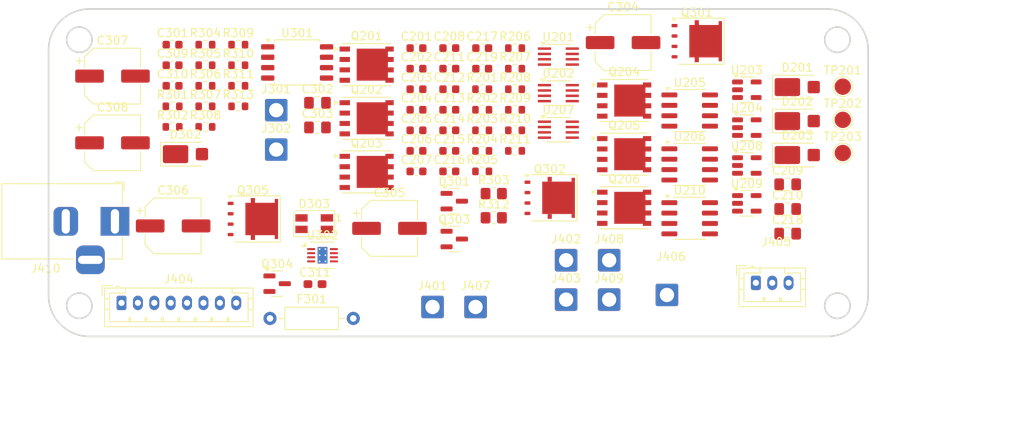
<source format=kicad_pcb>
(kicad_pcb (version 20241229) (generator "pcbnew") (generator_version "9.0")
  (layers (0 "F.Cu" signal) (2 "B.Cu" signal) (13 "F.Paste" user) (15 "B.Paste" user) (5 "F.SilkS" user "F.Silkscreen") (7 "B.SilkS" user "B.Silkscreen") (1 "F.Mask" user) (3 "B.Mask" user) (25 "Edge.Cuts" user))
  (net 0 "")
  (net 1 "+3.3V")
  (net 2 "GND")
  (net 3 "+VPROT")
  (net 4 "A_PHASE")
  (net 5 "Net-(D201-K)")
  (net 6 "Net-(D202-K)")
  (net 7 "C_PHASE")
  (net 8 "Net-(D203-K)")
  (net 9 "B_PHASE")
  (net 10 "VDD")
  (net 11 "Net-(Q305-D)")
  (net 12 "Net-(U302-V1)")
  (net 13 "Net-(Q304-G)")
  (net 14 "Net-(D301-A)")
  (net 15 "Net-(D301-K)")
  (net 16 "/2. BMS/DC")
  (net 17 "Net-(D303-A1)")
  (net 18 "Net-(D303-K1)")
  (net 19 "Net-(D303-A2)")
  (net 20 "/2. BMS/+VBATT")
  (net 21 "Net-(Q301-D)")
  (net 22 "/1. ESC/CHS")
  (net 23 "/1. ESC/BEMF")
  (net 24 "/1. ESC/BLS")
  (net 25 "/1. ESC/BHS")
  (net 27 "/1. ESC/AHS")
  (net 28 "/1. ESC/CLS")
  (net 29 "/1. ESC/ALS")
  (net 30 "/3. Connectors/VMID")
  (net 31 "/3. Connectors/DC")
  (net 32 "Net-(Q201-G)")
  (net 33 "Net-(Q202-G)")
  (net 34 "Net-(Q203-G)")
  (net 35 "Net-(Q204-G)")
  (net 36 "Net-(Q205-G)")
  (net 37 "Net-(Q206-G)")
  (net 38 "Net-(Q302-G)")
  (net 39 "Net-(Q302-S)")
  (net 40 "Net-(Q303-G)")
  (net 41 "Net-(Q303-D)")
  (net 42 "Net-(Q303-S)")
  (net 43 "Net-(U205-HO)")
  (net 44 "Net-(U205-LO)")
  (net 45 "Net-(U206-HO)")
  (net 46 "Net-(U206-LO)")
  (net 47 "Net-(U209--)")
  (net 48 "Net-(U209-+)")
  (net 49 "Net-(U210-HO)")
  (net 50 "Net-(U210-LO)")
  (net 51 "Net-(U301-TS)")
  (net 52 "Net-(U302-V2)")
  (net 53 "/2. BMS/VMID")
  (net 54 "Net-(U302-CTL)")
  (net 55 "/1. ESC/ANAND")
  (net 56 "/1. ESC/ALSS")
  (net 57 "/1. ESC/AHSS")
  (net 58 "/1. ESC/CLSS")
  (net 59 "/1. ESC/CNAND")
  (net 60 "/1. ESC/CHSS")
  (net 61 "/1. ESC/BLSS")
  (net 62 "/1. ESC/BHSS")
  (net 63 "/1. ESC/BNAND")
  (footprint "Resistor_SMD:R_0603_1608Metric" (layer "F.Cu") (at 118.15 77.17)
    (property "Reference" "R310" (at 0 -1.43 0) (layer "F.SilkS"))
    (property "Value" "1k")
    (pad "1" smd roundrect (at -0.825 0) (size 0.8 0.95) (layers "F.Cu" "F.Mask" "F.Paste") (net 2 "GND"))
    (pad "2" smd roundrect (at 0.825 0) (size 0.8 0.95) (layers "F.Cu" "F.Mask" "F.Paste") (net 18 "Net-(D303-K1)"))
  )
  (footprint "Diode_SMD:Vishay_SMPA" (layer "F.Cu") (at 186.355 79.84)
    (property "Reference" "D201" (at 0 -2.4 0) (layer "F.SilkS"))
    (property "Value" "MSS1P3L-M3/89A")
    (pad "1" smd roundrect (at -1.21 0) (size 3.1 2.2) (layers "F.Cu" "F.Mask" "F.Paste") (roundrect_rratio 0.1136363636) (net 5 "Net-(D201-K)"))
    (pad "2" smd roundrect (at 2.01 0) (size 1.5 1.52) (layers "F.Cu" "F.Mask" "F.Paste") (roundrect_rratio 0.1666666667) (net 3 "+VPROT"))
  )
  (footprint "Package_TO_SOT_SMD:SOT-23" (layer "F.Cu") (at 144.5 98.4)
    (property "Reference" "Q303" (at 0 -2.4 0) (layer "F.SilkS"))
    (property "Value" "FDV304P")
    (pad "1" smd roundrect (at -0.9375 -0.95) (size 1.475 0.6) (layers "F.Cu" "F.Mask" "F.Paste") (net 41 "Net-(Q303-D)"))
    (pad "2" smd roundrect (at -0.9375 0.95) (size 1.475 0.6) (layers "F.Cu" "F.Mask" "F.Paste") (net 40 "Net-(Q303-G)"))
    (pad "3" smd roundrect (at 0.9375 0) (size 1.475 0.6) (layers "F.Cu" "F.Mask" "F.Paste") (net 42 "Net-(Q303-S)"))
  )
  (footprint "Resistor_SMD:R_0603_1608Metric" (layer "F.Cu") (at 151.92 82.61)
    (property "Reference" "R209" (at 0 -1.43 0) (layer "F.SilkS"))
    (property "Value" "1k")
    (pad "1" smd roundrect (at -0.825 0) (size 0.8 0.95) (layers "F.Cu" "F.Mask" "F.Paste") (net 23 "/1. ESC/BEMF"))
    (pad "2" smd roundrect (at 0.825 0) (size 0.8 0.95) (layers "F.Cu" "F.Mask" "F.Paste") (net 1 "+3.3V"))
  )
  (footprint "Resistor_SMD:R_0603_1608Metric" (layer "F.Cu") (at 110.13 84.7)
    (property "Reference" "R302" (at 0 -1.43 0) (layer "F.SilkS"))
    (property "Value" "10k")
    (pad "1" smd roundrect (at -0.825 0) (size 0.8 0.95) (layers "F.Cu" "F.Mask" "F.Paste") (net 51 "Net-(U301-TS)"))
    (pad "2" smd roundrect (at 0.825 0) (size 0.8 0.95) (layers "F.Cu" "F.Mask" "F.Paste") (net 2 "GND"))
  )
  (footprint "Capacitor_SMD:C_0603_1608Metric" (layer "F.Cu") (at 139.89 82.61)
    (property "Reference" "C204" (at 0 -1.43 0) (layer "F.SilkS"))
    (property "Value" "100n")
    (pad "1" smd roundrect (at -0.775 0) (size 0.9 0.95) (layers "F.Cu" "F.Mask" "F.Paste") (net 1 "+3.3V"))
    (pad "2" smd roundrect (at 0.775 0) (size 0.9 0.95) (layers "F.Cu" "F.Mask" "F.Paste") (net 2 "GND"))
  )
  (footprint "Capacitor_SMD:C_0603_1608Metric" (layer "F.Cu") (at 143.9 90.14)
    (property "Reference" "C216" (at 0 -1.43 0) (layer "F.SilkS"))
    (property "Value" "100n")
    (pad "1" smd roundrect (at -0.775 0) (size 0.9 0.95) (layers "F.Cu" "F.Mask" "F.Paste") (net 3 "+VPROT"))
    (pad "2" smd roundrect (at 0.775 0) (size 0.9 0.95) (layers "F.Cu" "F.Mask" "F.Paste") (net 2 "GND"))
  )
  (footprint "Resistor_SMD:R_0603_1608Metric" (layer "F.Cu") (at 151.92 77.59)
    (property "Reference" "R207" (at 0 -1.43 0) (layer "F.SilkS"))
    (property "Value" "47k")
    (pad "1" smd roundrect (at -0.825 0) (size 0.8 0.95) (layers "F.Cu" "F.Mask" "F.Paste") (net 7 "C_PHASE"))
    (pad "2" smd roundrect (at 0.825 0) (size 0.8 0.95) (layers "F.Cu" "F.Mask" "F.Paste") (net 47 "Net-(U209--)"))
  )
  (footprint "Diode_SMD:Vishay_SMPA" (layer "F.Cu") (at 186.355 83.99)
    (property "Reference" "D202" (at 0 -2.4 0) (layer "F.SilkS"))
    (property "Value" "MSS1P3L-M3/89A")
    (pad "1" smd roundrect (at -1.21 0) (size 3.1 2.2) (layers "F.Cu" "F.Mask" "F.Paste") (roundrect_rratio 0.1136363636) (net 6 "Net-(D202-K)"))
    (pad "2" smd roundrect (at 2.01 0) (size 1.5 1.52) (layers "F.Cu" "F.Mask" "F.Paste") (roundrect_rratio 0.1666666667) (net 3 "+VPROT"))
  )
  (footprint "Resistor_SMD:R_0603_1608Metric" (layer "F.Cu") (at 147.91 80.1)
    (property "Reference" "R201" (at 0 -1.43 0) (layer "F.SilkS"))
    (property "Value" "47R")
    (pad "1" smd roundrect (at -0.825 0) (size 0.8 0.95) (layers "F.Cu" "F.Mask" "F.Paste") (net 43 "Net-(U205-HO)"))
    (pad "2" smd roundrect (at 0.825 0) (size 0.8 0.95) (layers "F.Cu" "F.Mask" "F.Paste") (net 32 "Net-(Q201-G)"))
  )
  (footprint "Capacitor_SMD:CP_Elec_6.3x5.9" (layer "F.Cu") (at 102.8 78.5)
    (property "Reference" "C307" (at 0 -4.35 0) (layer "F.SilkS"))
    (property "Value" "220µ")
    (pad "1" smd roundrect (at -2.8 0) (size 3.5 1.6) (layers "F.Cu" "F.Mask" "F.Paste") (roundrect_rratio 0.15625) (net 3 "+VPROT"))
    (pad "2" smd roundrect (at 2.8 0) (size 3.5 1.6) (layers "F.Cu" "F.Mask" "F.Paste") (roundrect_rratio 0.15625) (net 2 "GND"))
  )
  (footprint "Resistor_SMD:R_0603_1608Metric" (layer "F.Cu") (at 147.91 87.63)
    (property "Reference" "R204" (at 0 -1.43 0) (layer "F.SilkS"))
    (property "Value" "47R")
    (pad "1" smd roundrect (at -0.825 0) (size 0.8 0.95) (layers "F.Cu" "F.Mask" "F.Paste") (net 46 "Net-(U206-LO)"))
    (pad "2" smd roundrect (at 0.825 0) (size 0.8 0.95) (layers "F.Cu" "F.Mask" "F.Paste") (net 35 "Net-(Q204-G)"))
  )
  (footprint "Package_TO_SOT_SMD:SOT-23-5" (layer "F.Cu") (at 180.2 94.04)
    (property "Reference" "U209" (at 0 -2.4 0) (layer "F.SilkS"))
    (property "Value" "TL331")
    (pad "1" smd roundrect (at -1.1375 -0.95) (size 1.325 0.6) (layers "F.Cu" "F.Mask" "F.Paste") (net 47 "Net-(U209--)"))
    (pad "2" smd roundrect (at -1.1375 0) (size 1.325 0.6) (layers "F.Cu" "F.Mask" "F.Paste") (net 3 "+VPROT"))
    (pad "3" smd roundrect (at -1.1375 0.95) (size 1.325 0.6) (layers "F.Cu" "F.Mask" "F.Paste") (net 48 "Net-(U209-+)"))
    (pad "4" smd roundrect (at 1.1375 0.95) (size 1.325 0.6) (layers "F.Cu" "F.Mask" "F.Paste") (net 23 "/1. ESC/BEMF"))
    (pad "5" smd roundrect (at 1.1375 -0.95) (size 1.325 0.6) (layers "F.Cu" "F.Mask" "F.Paste") (net 2 "GND"))
  )
  (footprint "Capacitor_SMD:C_0805_2012Metric_Pad1.18x1.45mm_HandSolder" (layer "F.Cu") (at 185.18 97.74)
    (property "Reference" "C218" (at 0 -1.68 0) (layer "F.SilkS"))
    (property "Value" "22u")
    (pad "1" smd roundrect (at -1.0375 0) (size 1.175 1.45) (layers "F.Cu" "F.Mask" "F.Paste") (roundrect_rratio 0.212766) (net 3 "+VPROT"))
    (pad "2" smd roundrect (at 1.0375 0) (size 1.175 1.45) (layers "F.Cu" "F.Mask" "F.Paste") (roundrect_rratio 0.212766) (net 2 "GND"))
  )
  (footprint "Connector_Wire:SolderWire-1sqmm_1x01_D1.4mm_OD2.7mm" (layer "F.Cu") (at 163.4 100.99)
    (property "Reference" "J408" (at 0 -2.58 0) (layer "F.SilkS"))
    (property "Value" "1mm2_connector")
    (pad "1" thru_hole roundrect (at 0 0) (size 2.75 2.75) (drill 1.75) (layers "*.Cu" "*.Mask") (roundrect_rratio 0.090909) (net 30 "/3. Connectors/VMID"))
  )
  (footprint "Capacitor_SMD:C_0603_1608Metric" (layer "F.Cu") (at 139.89 87.63)
    (property "Reference" "C206" (at 0 -1.43 0) (layer "F.SilkS"))
    (property "Value" "100n")
    (pad "1" smd roundrect (at -0.775 0) (size 0.9 0.95) (layers "F.Cu" "F.Mask" "F.Paste") (net 3 "+VPROT"))
    (pad "2" smd roundrect (at 0.775 0) (size 0.9 0.95) (layers "F.Cu" "F.Mask" "F.Paste") (net 2 "GND"))
  )
  (footprint "Capacitor_SMD:C_0805_2012Metric_Pad1.18x1.45mm_HandSolder" (layer "F.Cu") (at 127.81 84.77)
    (property "Reference" "C303" (at 0 -1.68 0) (layer "F.SilkS"))
    (property "Value" "100n")
    (pad "1" smd roundrect (at -1.0375 0) (size 1.175 1.45) (layers "F.Cu" "F.Mask" "F.Paste") (roundrect_rratio 0.212766) (net 2 "GND"))
    (pad "2" smd roundrect (at 1.0375 0) (size 1.175 1.45) (layers "F.Cu" "F.Mask" "F.Paste") (roundrect_rratio 0.212766) (net 2 "GND"))
  )
  (footprint "Resistor_SMD:R_0603_1608Metric" (layer "F.Cu") (at 114.14 74.66)
    (property "Reference" "R304" (at 0 -1.43 0) (layer "F.SilkS"))
    (property "Value" "10k")
    (pad "1" smd roundrect (at -0.825 0) (size 0.8 0.95) (layers "F.Cu" "F.Mask" "F.Paste") (net 2 "GND"))
    (pad "2" smd roundrect (at 0.825 0) (size 0.8 0.95) (layers "F.Cu" "F.Mask" "F.Paste") (net 51 "Net-(U301-TS)"))
  )
  (footprint "Package_SO:SSOP-8_2.95x2.8mm_P0.65mm" (layer "F.Cu") (at 157.2 80.58)
    (property "Reference" "U202" (at 0 -2.4 0) (layer "F.SilkS"))
    (property "Value" "74AUC2G08")
    (pad "1" smd rect (at -1.7 -0.975 270) (size 0.3 1.6) (layers "F.Cu" "F.Mask" "F.Paste") (net 22 "/1. ESC/CHS"))
    (pad "2" smd rect (at -1.7 -0.325 270) (size 0.3 1.6) (layers "F.Cu" "F.Mask" "F.Paste") (net 59 "/1. ESC/CNAND"))
    (pad "3" smd rect (at -1.7 0.325 270) (size 0.3 1.6) (layers "F.Cu" "F.Mask" "F.Paste") (net 58 "/1. ESC/CLSS"))
    (pad "4" smd rect (at -1.7 0.975 270) (size 0.3 1.6) (layers "F.Cu" "F.Mask" "F.Paste") (net 2 "GND"))
    (pad "5" smd rect (at 1.7 0.975 270) (size 0.3 1.6) (layers "F.Cu" "F.Mask" "F.Paste") (net 59 "/1. ESC/CNAND"))
    (pad "6" smd rect (at 1.7 0.325 270) (size 0.3 1.6) (layers "F.Cu" "F.Mask" "F.Paste") (net 28 "/1. ESC/CLS"))
    (pad "7" smd rect (at 1.7 -0.325 270) (size 0.3 1.6) (layers "F.Cu" "F.Mask" "F.Paste") (net 60 "/1. ESC/CHSS"))
    (pad "8" smd rect (at 1.7 -0.975 270) (size 0.3 1.6) (layers "F.Cu" "F.Mask" "F.Paste") (net 1 "+3.3V"))
  )
  (footprint "Connector_JST:JST_PH_B8B-PH-K_1x08_P2.00mm_Vertical" (layer "F.Cu") (at 103.9 106.2)
    (property "Reference" "J404" (at 7 -2.9 0) (layer "F.SilkS"))
    (property "Value" "JST_8PH_2mm")
    (pad "1" thru_hole roundrect (at 0 0) (size 1.2 1.75) (drill 0.75) (layers "*.Cu" "*.Mask") (roundrect_rratio 0.208333) (net 27 "/1. ESC/AHS"))
    (pad "2" thru_hole oval (at 2 0) (size 1.2 1.75) (drill 0.75) (layers "*.Cu" "*.Mask") (net 29 "/1. ESC/ALS"))
    (pad "3" thru_hole oval (at 4 0) (size 1.2 1.75) (drill 0.75) (layers "*.Cu" "*.Mask") (net 25 "/1. ESC/BHS"))
    (pad "4" thru_hole oval (at 6 0) (size 1.2 1.75) (drill 0.75) (layers "*.Cu" "*.Mask") (net 24 "/1. ESC/BLS"))
    (pad "5" thru_hole oval (at 8 0) (size 1.2 1.75) (drill 0.75) (layers "*.Cu" "*.Mask") (net 22 "/1. ESC/CHS"))
    (pad "6" thru_hole oval (at 10 0) (size 1.2 1.75) (drill 0.75) (layers "*.Cu" "*.Mask") (net 28 "/1. ESC/CLS"))
    (pad "7" thru_hole oval (at 12 0) (size 1.2 1.75) (drill 0.75) (layers "*.Cu" "*.Mask") (net 23 "/1. ESC/BEMF"))
    (pad "8" thru_hole oval (at 14 0) (size 1.2 1.75) (drill 0.75) (layers "*.Cu" "*.Mask"))
  )
  (footprint "Package_TO_SOT_SMD:SOT-23" (layer "F.Cu") (at 122.89 103.855)
    (property "Reference" "Q304" (at 0 -2.4 0) (layer "F.SilkS"))
    (property "Value" "PMV20XNEA")
    (pad "1" smd roundrect (at -0.9375 -0.95) (size 1.475 0.6) (layers "F.Cu" "F.Mask" "F.Paste") (net 2 "GND"))
    (pad "2" smd roundrect (at -0.9375 0.95) (size 1.475 0.6) (layers "F.Cu" "F.Mask" "F.Paste") (net 13 "Net-(Q304-G)"))
    (pad "3" smd roundrect (at 0.9375 0) (size 1.475 0.6) (layers "F.Cu" "F.Mask" "F.Paste") (net 42 "Net-(Q303-S)"))
  )
  (footprint "Resistor_SMD:R_0603_1608Metric" (layer "F.Cu") (at 147.91 85.12)
    (property "Reference" "R203" (at 0 -1.43 0) (layer "F.SilkS"))
    (property "Value" "47R")
    (pad "1" smd roundrect (at -0.825 0) (size 0.8 0.95) (layers "F.Cu" "F.Mask" "F.Paste") (net 45 "Net-(U206-HO)"))
    (pad "2" smd roundrect (at 0.825 0) (size 0.8 0.95) (layers "F.Cu" "F.Mask" "F.Paste") (net 34 "Net-(Q203-G)"))
  )
  (footprint "Package_SO:PowerPAK_SO-8L_Single" (layer "F.Cu") (at 174.0925 74.235)
    (property "Reference" "Q301" (at 0 -3.5 0) (layer "F.SilkS"))
    (property "Value" "SQJ141ELP")
    (pad "1" smd roundrect (at -2.715 -1.905) (size 0.72 0.41) (layers "F.Cu" "F.Mask" "F.Paste") (net 21 "Net-(Q301-D)"))
    (pad "2" smd roundrect (at -2.715 -0.635) (size 0.72 0.41) (layers "F.Cu" "F.Mask" "F.Paste") (net 14 "Net-(D301-A)"))
    (pad "3" smd roundrect (at -2.715 0.635) (size 0.72 0.41) (layers "F.Cu" "F.Mask" "F.Paste") (net 15 "Net-(D301-K)"))
    (pad "4" smd roundrect (at -2.715 1.905) (size 0.72 0.41) (layers "F.Cu" "F.Mask" "F.Paste"))
    (pad "5" smd rect (at 0 -2.2725) (size 0.51 0.585) (layers "F.Cu" "F.Mask" "F.Paste"))
    (pad "5" smd rect (at 0 2.2725) (size 0.51 0.585) (layers "F.Cu" "F.Mask" "F.Paste"))
    (pad "5" smd rect (at 1.08 0) (size 3.99 3.96) (layers "F.Cu" "F.Mask"))
    (pad "5" smd rect (at 2.87 -2.215) (size 0.41 0.47) (layers "F.Cu" "F.Mask" "F.Paste"))
    (pad "5" smd rect (at 2.87 2.215) (size 0.41 0.47) (layers "F.Cu" "F.Mask" "F.Paste"))
  )
  (footprint "Capacitor_SMD:C_0603_1608Metric" (layer "F.Cu") (at 139.89 77.59)
    (property "Reference" "C202" (at 0 -1.43 0) (layer "F.SilkS"))
    (property "Value" "100n")
    (pad "1" smd roundrect (at -0.775 0) (size 0.9 0.95) (layers "F.Cu" "F.Mask" "F.Paste") (net 1 "+3.3V"))
    (pad "2" smd roundrect (at 0.775 0) (size 0.9 0.95) (layers "F.Cu" "F.Mask" "F.Paste") (net 2 "GND"))
  )
  (footprint "Package_TO_SOT_SMD:SOT-23" (layer "F.Cu") (at 144.5 93.775)
    (property "Reference" "D301" (at 0 -2.4 0) (layer "F.SilkS"))
    (property "Value" "BZX84B")
    (pad "1" smd roundrect (at -0.9375 -0.95) (size 1.475 0.6) (layers "F.Cu" "F.Mask" "F.Paste") (net 15 "Net-(D301-K)"))
    (pad "2" smd roundrect (at -0.9375 0.95) (size 1.475 0.6) (layers "F.Cu" "F.Mask" "F.Paste") (net 14 "Net-(D301-A)"))
    (pad "3" smd roundrect (at 0.9375 0) (size 1.475 0.6) (layers "F.Cu" "F.Mask" "F.Paste"))
  )
  (footprint "Resistor_SMD:R_0603_1608Metric" (layer "F.Cu") (at 118.15 79.68)
    (property "Reference" "R311" (at 0 -1.43 0) (layer "F.SilkS"))
    (property "Value" "100")
    (pad "1" smd roundrect (at -0.825 0) (size 0.8 0.95) (layers "F.Cu" "F.Mask" "F.Paste") (net 11 "Net-(Q305-D)"))
    (pad "2" smd roundrect (at 0.825 0) (size 0.8 0.95) (layers "F.Cu" "F.Mask" "F.Paste") (net 10 "VDD"))
  )
  (footprint "Resistor_SMD:R_0603_1608Metric" (layer "F.Cu") (at 114.14 79.68)
    (property "Reference" "R306" (at 0 -1.43 0) (layer "F.SilkS"))
    (property "Value" "1k")
    (pad "1" smd roundrect (at -0.825 0) (size 0.8 0.95) (layers "F.Cu" "F.Mask" "F.Paste") (net 2 "GND"))
    (pad "2" smd roundrect (at 0.825 0) (size 0.8 0.95) (layers "F.Cu" "F.Mask" "F.Paste") (net 38 "Net-(Q302-G)"))
  )
  (footprint "Package_TO_SOT_SMD:SOT-23-5" (layer "F.Cu") (at 180.2 84.79)
    (property "Reference" "U204" (at 0 -2.4 0) (layer "F.SilkS"))
    (property "Value" "SN74LVC1G00DBV")
    (pad "1" smd roundrect (at -1.1375 -0.95) (size 1.325 0.6) (layers "F.Cu" "F.Mask" "F.Paste") (net 22 "/1. ESC/CHS"))
    (pad "2" smd roundrect (at -1.1375 0) (size 1.325 0.6) (layers "F.Cu" "F.Mask" "F.Paste") (net 28 "/1. ESC/CLS"))
    (pad "3" smd roundrect (at -1.1375 0.95) (size 1.325 0.6) (layers "F.Cu" "F.Mask" "F.Paste") (net 2 "GND"))
    (pad "4" smd roundrect (at 1.1375 0.95) (size 1.325 0.6) (layers "F.Cu" "F.Mask" "F.Paste") (net 59 "/1. ESC/CNAND"))
    (pad "5" smd roundrect (at 1.1375 -0.95) (size 1.325 0.6) (layers "F.Cu" "F.Mask" "F.Paste") (net 1 "+3.3V"))
  )
  (footprint "Resistor_SMD:R_0603_1608Metric" (layer "F.Cu") (at 151.92 87.63)
    (property "Reference" "R211" (at 0 -1.43 0) (layer "F.SilkS"))
    (property "Value" "47R")
    (pad "1" smd roundrect (at -0.825 0) (size 0.8 0.95) (layers "F.Cu" "F.Mask" "F.Paste") (net 50 "Net-(U210-LO)"))
    (pad "2" smd roundrect (at 0.825 0) (size 0.8 0.95) (layers "F.Cu" "F.Mask" "F.Paste") (net 37 "Net-(Q206-G)"))
  )
  (footprint "Package_SO:PowerPAK_SO-8_Single" (layer "F.Cu") (at 133.81 90.2)
    (property "Reference" "Q203" (at 0 -3.5 0) (layer "F.SilkS"))
    (property "Value" "SiR696DP")
    (pad "1" smd rect (at -2.67 -1.905) (size 1.27 0.61) (layers "F.Cu" "F.Mask" "F.Paste") (net 7 "C_PHASE"))
    (pad "2" smd rect (at -2.67 -0.635) (size 1.27 0.61) (layers "F.Cu" "F.Mask" "F.Paste") (net 7 "C_PHASE"))
    (pad "3" smd rect (at -2.67 0.635) (size 1.27 0.61) (layers "F.Cu" "F.Mask" "F.Paste") (net 7 "C_PHASE"))
    (pad "4" smd rect (at -2.67 1.905) (size 1.27 0.61) (layers "F.Cu" "F.Mask" "F.Paste") (net 34 "Net-(Q203-G)"))
    (pad "5" smd rect (at 0.69 0) (size 3.81 3.91) (layers "F.Cu" "F.Mask" "F.Paste") (net 3 "+VPROT"))
    (pad "5" smd rect (at 2.795 -1.905) (size 1.02 0.61) (layers "F.Cu" "F.Mask" "F.Paste") (net 3 "+VPROT"))
    (pad "5" smd rect (at 2.795 -0.635) (size 1.02 0.61) (layers "F.Cu" "F.Mask" "F.Paste") (net 3 "+VPROT"))
    (pad "5" smd rect (at 2.795 0.635) (size 1.02 0.61) (layers "F.Cu" "F.Mask" "F.Paste") (net 3 "+VPROT"))
    (pad "5" smd rect (at 2.795 1.905) (size 1.02 0.61) (layers "F.Cu" "F.Mask" "F.Paste") (net 3 "+VPROT"))
  )
  (footprint "Resistor_SMD:R_0603_1608Metric" (layer "F.Cu") (at 110.13 82.19)
    (property "Reference" "R301" (at 0 -1.43 0) (layer "F.SilkS"))
    (property "Value" "27k")
    (pad "1" smd roundrect (at -0.825 0) (size 0.8 0.95) (layers "F.Cu" "F.Mask" "F.Paste") (net 14 "Net-(D301-A)"))
    (pad "2" smd roundrect (at 0.825 0) (size 0.8 0.95) (layers "F.Cu" "F.Mask" "F.Paste") (net 2 "GND"))
  )
  (footprint "Resistor_SMD:R_0603_1608Metric" (layer "F.Cu") (at 151.92 80.1)
    (property "Reference" "R208" (at 0 -1.43 0) (layer "F.SilkS"))
    (property "Value" "47k")
    (pad "1" smd roundrect (at -0.825 0) (size 0.8 0.95) (layers "F.Cu" "F.Mask" "F.Paste") (net 48 "Net-(U209-+)"))
    (pad "2" smd roundrect (at 0.825 0) (size 0.8 0.95) (layers "F.Cu" "F.Mask" "F.Paste") (net 4 "A_PHASE"))
  )
  (footprint "Capacitor_SMD:CP_Elec_6.3x5.9" (layer "F.Cu") (at 165.1 74.4)
    (property "Reference" "C304" (at 0 -4.35 0) (layer "F.SilkS"))
    (property "Value" "220µ")
    (pad "1" smd roundrect (at -2.8 0) (size 3.5 1.6) (layers "F.Cu" "F.Mask" "F.Paste") (roundrect_rratio 0.15625) (net 3 "+VPROT"))
    (pad "2" smd roundrect (at 2.8 0) (size 3.5 1.6) (layers "F.Cu" "F.Mask" "F.Paste") (roundrect_rratio 0.15625) (net 2 "GND"))
  )
  (footprint "Capacitor_SMD:C_0603_1608Metric" (layer "F.Cu") (at 139.89 85.12)
    (property "Reference" "C205" (at 0 -1.43 0) (layer "F.SilkS"))
    (property "Value" "100n")
    (pad "1" smd roundrect (at -0.775 0) (size 0.9 0.95) (layers "F.Cu" "F.Mask" "F.Paste") (net 3 "+VPROT"))
    (pad "2" smd roundrect (at 0.775 0) (size 0.9 0.95) (layers "F.Cu" "F.Mask" "F.Paste") (net 2 "GND"))
  )
  (footprint "Resistor_SMD:R_0603_1608Metric" (layer "F.Cu") (at 151.92 75.08)
    (property "Reference" "R206" (at 0 -1.43 0) (layer "F.SilkS"))
    (property "Value" "47k")
    (pad "1" smd roundrect (at -0.825 0) (size 0.8 0.95) (layers "F.Cu" "F.Mask" "F.Paste") (net 9 "B_PHASE"))
    (pad "2" smd roundrect (at 0.825 0) (size 0.8 0.95) (layers "F.Cu" "F.Mask" "F.Paste") (net 47 "Net-(U209--)"))
  )
  (footprint "Capacitor_SMD:C_0603_1608Metric" (layer "F.Cu") (at 147.91 75.08)
    (property "Reference" "C217" (at 0 -1.43 0) (layer "F.SilkS"))
    (property "Value" "1u")
    (pad "1" smd roundrect (at -0.775 0) (size 0.9 0.95) (layers "F.Cu" "F.Mask" "F.Paste") (net 3 "+VPROT"))
    (pad "2" smd roundrect (at 0.775 0) (size 0.9 0.95) (layers "F.Cu" "F.Mask" "F.Paste") (net 2 "GND"))
  )
  (footprint "TestPoint:TestPoint_Pad_D2.0mm" (layer "F.Cu") (at 191.91 79.79)
    (property "Reference" "TP201" (at 0 -1.998 0) (layer "F.SilkS"))
    (property "Value" "TestPoint")
    (pad "1" smd circle (at 0 0) (size 2 2) (layers "F.Cu" "F.Mask") (net 4 "A_PHASE"))
  )
  (footprint "Package_SO:SOIC-8_3.9x4.9mm_P1.27mm" (layer "F.Cu") (at 173.225 95.865)
    (property "Reference" "U210" (at 0 -3.4 0) (layer "F.SilkS"))
    (property "Value" "IR2301")
    (pad "1" smd roundrect (at -2.475 -1.905) (size 1.95 0.6) (layers "F.Cu" "F.Mask" "F.Paste") (net 3 "+VPROT"))
    (pad "2" smd roundrect (at -2.475 -0.635) (size 1.95 0.6) (layers "F.Cu" "F.Mask" "F.Paste") (net 62 "/1. ESC/BHSS"))
    (pad "3" smd roundrect (at -2.475 0.635) (size 1.95 0.6) (layers "F.Cu" "F.Mask" "F.Paste") (net 61 "/1. ESC/BLSS"))
    (pad "4" smd roundrect (at -2.475 1.905) (size 1.95 0.6) (layers "F.Cu" "F.Mask" "F.Paste") (net 2 "GND"))
    (pad "5" smd roundrect (at 2.475 1.905) (size 1.95 0.6) (layers "F.Cu" "F.Mask" "F.Paste") (net 50 "Net-(U210-LO)"))
    (pad "6" smd roundrect (at 2.475 0.635) (size 1.95 0.6) (layers "F.Cu" "F.Mask" "F.Paste") (net 9 "B_PHASE"))
    (pad "7" smd roundrect (at 2.475 -0.635) (size 1.95 0.6) (layers "F.Cu" "F.Mask" "F.Paste") (net 49 "Net-(U210-HO)"))
    (pad "8" smd roundrect (at 2.475 -1.905) (size 1.95 0.6) (layers "F.Cu" "F.Mask" "F.Paste") (net 8 "Net-(D203-K)"))
  )
  (footprint "Capacitor_SMD:C_0603_1608Metric" (layer "F.Cu") (at 139.89 80.1)
    (property "Reference" "C203" (at 0 -1.43 0) (layer "F.SilkS"))
    (property "Value" "100n")
    (pad "1" smd roundrect (at -0.775 0) (size 0.9 0.95) (layers "F.Cu" "F.Mask" "F.Paste") (net 1 "+3.3V"))
    (pad "2" smd roundrect (at 0.775 0) (size 0.9 0.95) (layers "F.Cu" "F.Mask" "F.Paste") (net 2 "GND"))
  )
  (footprint "Connector_BarrelJack:BarrelJack_Horizontal" (layer "F.Cu") (at 103.1 96.2425)
    (property "Reference" "J410" (at -8.45 5.75 0) (layer "F.SilkS"))
    (property "Value" "Jack-DC")
    (pad "1" thru_hole rect (at 0 0) (size 3.5 3.5) (drill oval 1 3) (layers "*.Cu" "*.Mask") (net 31 "/3. Connectors/DC"))
    (pad "2" thru_hole roundrect (at -6 0) (size 3 3.5) (drill oval 1 3) (layers "*.Cu" "*.Mask") (net 2 "GND"))
    (pad "3" thru_hole roundrect (at -3 4.7) (size 3.5 3.5) (drill oval 3 1) (layers "*.Cu" "*.Mask"))
  )
  (footprint "Package_SO:PowerPAK_SO-8L_Single" (layer "F.Cu") (at 119.93 95.95)
    (property "Reference" "Q305" (at 0 -3.5 0) (layer "F.SilkS"))
    (property "Value" "SQJ141ELP")
    (pad "1" smd roundrect (at -2.715 -1.905) (size 0.72 0.41) (layers "F.Cu" "F.Mask" "F.Paste") (net 11 "Net-(Q305-D)"))
    (pad "2" smd roundrect (at -2.715 -0.635) (size 0.72 0.41) (layers "F.Cu" "F.Mask" "F.Paste") (net 41 "Net-(Q303-D)"))
    (pad "3" smd roundrect (at -2.715 0.635) (size 0.72 0.41) (layers "F.Cu" "F.Mask" "F.Paste") (net 3 "+VPROT"))
    (pad "4" smd roundrect (at -2.715 1.905) (size 0.72 0.41) (layers "F.Cu" "F.Mask" "F.Paste"))
    (pad "5" smd rect (at 0 -2.2725) (size 0.51 0.585) (layers "F.Cu" "F.Mask" "F.Paste"))
    (pad "5" smd rect (at 0 2.2725) (size 0.51 0.585) (layers "F.Cu" "F.Mask" "F.Paste"))
    (pad "5" smd rect (at 1.08 0) (size 3.99 3.96) (layers "F.Cu" "F.Mask"))
    (pad "5" smd rect (at 2.87 -2.215) (size 0.41 0.47) (layers "F.Cu" "F.Mask" "F.Paste"))
    (pad "5" smd rect (at 2.87 2.215) (size 0.41 0.47) (layers "F.Cu" "F.Mask" "F.Paste"))
  )
  (footprint "Capacitor_SMD:C_0805_2012Metric_Pad1.18x1.45mm_HandSolder" (layer "F.Cu") (at 185.18 91.72)
    (property "Reference" "C209" (at 0 -1.68 0) (layer "F.SilkS"))
    (property "Value" "22u")
    (pad "1" smd roundrect (at -1.0375 0) (size 1.175 1.45) (layers "F.Cu" "F.Mask" "F.Paste") (roundrect_rratio 0.212766) (net 3 "+VPROT"))
    (pad "2" smd roundrect (at 1.0375 0) (size 1.175 1.45) (layers "F.Cu" "F.Mask" "F.Paste") (roundrect_rratio 0.212766) (net 2 "GND"))
  )
  (footprint "Capacitor_SMD:C_0603_1608Metric_Pad1.08x0.95mm_HandSolder" (layer "F.Cu") (at 127.51 103.91)
    (property "Reference" "C311" (at 0 -1.43 0) (layer "F.SilkS"))
    (property "Value" "470nF")
    (pad "1" smd roundrect (at -0.8625 0) (size 1.075 0.95) (layers "F.Cu" "F.Mask" "F.Paste") (net 13 "Net-(Q304-G)"))
    (pad "2" smd roundrect (at 0.8625 0) (size 1.075 0.95) (layers "F.Cu" "F.Mask" "F.Paste") (net 2 "GND"))
  )
  (footprint "Capacitor_SMD:CP_Elec_6.3x5.9" (layer "F.Cu") (at 110.2 96.8)
    (property "Reference" "C306" (at 0 -4.35 0) (layer "F.SilkS"))
    (property "Value" "220µ")
    (pad "1" smd roundrect (at -2.8 0) (size 3.5 1.6) (layers "F.Cu" "F.Mask" "F.Paste") (roundrect_rratio 0.15625) (net 3 "+VPROT"))
    (pad "2" smd roundrect (at 2.8 0) (size 3.5 1.6) (layers "F.Cu" "F.Mask" "F.Paste") (roundrect_rratio 0.15625) (net 2 "GND"))
  )
  (footprint "Resistor_SMD:R_0603_1608Metric" (layer "F.Cu") (at 118.15 74.66)
    (property "Reference" "R309" (at 0 -1.43 0) (layer "F.SilkS"))
    (property "Value" "1k")
    (pad "1" smd roundrect (at -0.825 0) (size 0.8 0.95) (layers "F.Cu" "F.Mask" "F.Paste") (net 12 "Net-(U302-V1)"))
    (pad "2" smd roundrect (at 0.825 0) (size 0.8 0.95) (layers "F.Cu" "F.Mask" "F.Paste") (net 53 "/2. BMS/VMID"))
  )
  (footprint "Resistor_SMD:R_0603_1608Metric" (layer "F.Cu") (at 151.92 85.12)
    (property "Reference" "R210" (at 0 -1.43 0) (layer "F.SilkS"))
    (property "Value" "47R")
    (pad "1" smd roundrect (at -0.825 0) (size 0.8 0.95) (layers "F.Cu" "F.Mask" "F.Paste") (net 49 "Net-(U210-HO)"))
    (pad "2" smd roundrect (at 0.825 0) (size 0.8 0.95) (layers "F.Cu" "F.Mask" "F.Paste") (net 36 "Net-(Q205-G)"))
  )
  (footprint "Package_TO_SOT_SMD:SOT-23-5" (layer "F.Cu") (at 180.2 80.165)
    (property "Reference" "U203" (at 0 -2.4 0) (layer "F.SilkS"))
    (property "Value" "SN74LVC1G00DBV")
    (pad "1" smd roundrect (at -1.1375 -0.95) (size 1.325 0.6) (layers "F.Cu" "F.Mask" "F.Paste") (net 27 "/1. ESC/AHS"))
    (pad "2" smd roundrect (at -1.1375 0) (size 1.325 0.6) (layers "F.Cu" "F.Mask" "F.Paste") (net 29 "/1. ESC/ALS"))
    (pad "3" smd roundrect (at -1.1375 0.95) (size 1.325 0.6) (layers "F.Cu" "F.Mask" "F.Paste") (net 2 "GND"))
    (pad "4" smd roundrect (at 1.1375 0.95) (size 1.325 0.6) (layers "F.Cu" "F.Mask" "F.Paste") (net 55 "/1. ESC/ANAND"))
    (pad "5" smd roundrect (at 1.1375 -0.95) (size 1.325 0.6) (layers "F.Cu" "F.Mask" "F.Paste") (net 1 "+3.3V"))
  )
  (footprint "Capacitor_SMD:CP_Elec_6.3x5.9" (layer "F.Cu") (at 102.8 86.65)
    (property "Reference" "C308" (at 0 -4.35 0) (layer "F.SilkS"))
    (property "Value" "220µ")
    (pad "1" smd roundrect (at -2.8 0) (size 3.5 1.6) (layers "F.Cu" "F.Mask" "F.Paste") (roundrect_rratio 0.15625) (net 3 "+VPROT"))
    (pad "2" smd roundrect (at 2.8 0) (size 3.5 1.6) (layers "F.Cu" "F.Mask" "F.Paste") (roundrect_rratio 0.15625) (net 2 "GND"))
  )
  (footprint "Capacitor_SMD:C_0603_1608Metric" (layer "F.Cu") (at 143.9 85.12)
    (property "Reference" "C214" (at 0 -1.43 0) (layer "F.SilkS"))
    (property "Value" "100n")
    (pad "1" smd roundrect (at -0.775 0) (size 0.9 0.95) (layers "F.Cu" "F.Mask" "F.Paste") (net 3 "+VPROT"))
    (pad "2" smd roundrect (at 0.775 0) (size 0.9 0.95) (layers "F.Cu" "F.Mask" "F.Paste") (net 2 "GND"))
  )
  (footprint "Connector_Wire:SolderWire-1sqmm_1x01_D1.4mm_OD2.7mm" (layer "F.Cu") (at 163.4 105.8)
    (property "Reference" "J409" (at 0 -2.58 0) (layer "F.SilkS"))
    (property "Value" "1mm2_connector")
    (pad "1" thru_hole roundrect (at 0 0) (size 2.75 2.75) (drill 1.75) (layers "*.Cu" "*.Mask") (roundrect_rratio 0.090909) (net 2 "GND"))
  )
  (footprint "Capacitor_SMD:C_0603_1608Metric" (layer "F.Cu") (at 110.13 74.66)
    (property "Reference" "C301" (at 0 -1.43 0) (layer "F.SilkS"))
    (property "Value" "100n")
    (pad "1" smd roundrect (at -0.775 0) (size 0.9 0.95) (layers "F.Cu" "F.Mask" "F.Paste") (net 3 "+VPROT"))
    (pad "2" smd roundrect (at 0.775 0) (size 0.9 0.95) (layers "F.Cu" "F.Mask" "F.Paste") (net 2 "GND"))
  )
  (footprint "Package_SO:PowerPAK_SO-8_Single" (layer "F.Cu") (at 165.235 94.585)
    (property "Reference" "Q206" (at 0 -3.5 0) (layer "F.SilkS"))
    (property "Value" "SiR696DP")
    (pad "1" smd rect (at -2.67 -1.905) (size 1.27 0.61) (layers "F.Cu" "F.Mask" "F.Paste") (net 2 "GND"))
    (pad "2" smd rect (at -2.67 -0.635) (size 1.27 0.61) (layers "F.Cu" "F.Mask" "F.Paste") (net 2 "GND"))
    (pad "3" smd rect (at -2.67 0.635) (size 1.27 0.61) (layers "F.Cu" "F.Mask" "F.Paste") (net 2 "GND"))
    (pad "4" smd rect (at -2.67 1.905) (size 1.27 0.61) (layers "F.Cu" "F.Mask" "F.Paste") (net 37 "Net-(Q206-G)"))
    (pad "5" smd rect (at 0.69 0) (size 3.81 3.91) (layers "F.Cu" "F.Mask" "F.Paste") (net 9 "B_PHASE"))
    (pad "5" smd rect (at 2.795 -1.905) (size 1.02 0.61) (layers "F.Cu" "F.Mask" "F.Paste") (net 9 "B_PHASE"))
    (pad "5" smd rect (at 2.795 -0.635) (size 1.02 0.61) (layers "F.Cu" "F.Mask" "F.Paste") (net 9 "B_PHASE"))
    (pad "5" smd rect (at 2.795 0.635) (size 1.02 0.61) (layers "F.Cu" "F.Mask" "F.Paste") (net 9 "B_PHASE"))
    (pad "5" smd rect (at 2.795 1.905) (size 1.02 0.61) (layers "F.Cu" "F.Mask" "F.Paste") (net 9 "B_PHASE"))
  )
  (footprint "Connector_Wire:SolderWire-1sqmm_1x01_D1.4mm_OD2.7mm" (layer "F.Cu") (at 158.15 100.99)
    (property "Reference" "J402" (at 0 -2.58 0) (layer "F.SilkS"))
    (property "Value" "1mm2_connector")
    (pad "1" thru_hole roundrect (at 0 0) (size 2.75 2.75) (drill 1.75) (layers "*.Cu" "*.Mask") (roundrect_rratio 0.090909) (net 9 "B_PHASE"))
  )
  (footprint "Connector_Wire:SolderWire-1sqmm_1x01_D1.4mm_OD2.7mm" (layer "F.Cu") (at 141.85 106.7)
    (property "Reference" "J401" (at 0 -2.58 0) (layer "F.SilkS"))
    (property "Value" "1mm2_connector")
    (pad "1" thru_hole roundrect (at 0 0) (size 2.75 2.75) (drill 1.75) (layers "*.Cu" "*.Mask") (roundrect_rratio 0.090909) (net 4 "A_PHASE"))
  )
  (footprint "Package_SO:SSOP-8_2.95x2.8mm_P0.65mm" (layer "F.Cu") (at 157.2 76.115)
    (property "Reference" "U201" (at 0 -2.4 0) (layer "F.SilkS"))
    (property "Value" "74AUC2G08")
    (pad "1" smd rect (at -1.7 -0.975 270) (size 0.3 1.6) (layers "F.Cu" "F.Mask" "F.Paste") (net 27 "/1. ESC/AHS"))
    (pad "2" smd rect (at -1.7 -0.325 270) (size 0.3 1.6) (layers "F.Cu" "F.Mask" "F.Paste") (net 55 "/1. ESC/ANAND"))
    (pad "3" smd rect (at -1.7 0.325 270) (size 0.3 1.6) (layers "F.Cu" "F.Mask" "F.Paste") (net 56 "/1. ESC/ALSS"))
    (pad "4" smd rect (at -1.7 0.975 270) (size 0.3 1.6) (layers "F.Cu" "F.Mask" "F.Paste") (net 2 "GND"))
    (pad "5" smd rect (at 1.7 0.975 270) (size 0.3 1.6) (layers "F.Cu" "F.Mask" "F.Paste") (net 55 "/1. ESC/ANAND"))
    (pad "6" smd rect (at 1.7 0.325 270) (size 0.3 1.6) (layers "F.Cu" "F.Mask" "F.Paste") (net 29 "/1. ESC/ALS"))
    (pad "7" smd rect (at 1.7 -0.325 270) (size 0.3 1.6) (layers "F.Cu" "F.Mask" "F.Paste") (net 57 "/1. ESC/AHSS"))
    (pad "8" smd rect (at 1.7 -0.975 270) (size 0.3 1.6) (layers "F.Cu" "F.Mask" "F.Paste") (net 1 "+3.3V"))
  )
  (footprint "Capacitor_SMD:CP_Elec_6.3x5.9" (layer "F.Cu") (at 136.6 97.1)
    (property "Reference" "C305" (at 0 -4.35 0) (layer "F.SilkS"))
    (property "Value" "220µ")
    (pad "1" smd roundrect (at -2.8 0) (size 3.5 1.6) (layers "F.Cu" "F.Mask" "F.Paste") (roundrect_rratio 0.15625) (net 3 "+VPROT"))
    (pad "2" smd roundrect (at 2.8 0) (size 3.5 1.6) (layers "F.Cu" "F.Mask" "F.Paste") (roundrect_rratio 0.15625) (net 2 "GND"))
  )
  (footprint "Diode_SMD:Vishay_SMPA" (layer "F.Cu") (at 111.705 88.03)
    (property "Reference" "D302" (at 0 -2.4 0) (layer "F.SilkS"))
    (property "Value" "MSS1P3L-M3/89A")
    (pad "1" smd roundrect (at -1.21 0) (size 3.1 2.2) (layers "F.Cu" "F.Mask" "F.Paste") (roundrect_rratio 0.1136363636) (net 2 "GND"))
    (pad "2" smd roundrect (at 2.01 0) (size 1.5 1.52) (layers "F.Cu" "F.Mask" "F.Paste") (roundrect_rratio 0.1666666667) (net 16 "/2. BMS/DC"))
  )
  (footprint "Capacitor_SMD:C_0603_1608Metric" (layer "F.Cu") (at 139.89 75.08)
    (property "Reference" "C201" (at 0 -1.43 0) (layer "F.SilkS"))
    (property "Value" "100n")
    (pad "1" smd roundrect (at -0.775 0) (size 0.9 0.95) (layers "F.Cu" "F.Mask" "F.Paste") (net 1 "+3.3V"))
    (pad "2" smd roundrect (at 0.775 0) (size 0.9 0.95) (layers "F.Cu" "F.Mask" "F.Paste") (net 2 "GND"))
  )
  (footprint "Capacitor_SMD:C_0805_2012Metric_Pad1.18x1.45mm_HandSolder" (layer "F.Cu") (at 185.18 94.73)
    (property "Reference" "C210" (at 0 -1.68 0) (layer "F.SilkS"))
    (property "Value" "22u")
    (pad "1" smd roundrect (at -1.0375 0) (size 1.175 1.45) (layers "F.Cu" "F.Mask" "F.Paste") (roundrect_rratio 0.212766) (net 3 "+VPROT"))
    (pad "2" smd roundrect (at 1.0375 0) (size 1.175 1.45) (layers "F.Cu" "F.Mask" "F.Paste") (roundrect_rratio 0.212766) (net 2 "GND"))
  )
  (footprint "Capacitor_SMD:C_0603_1608Metric" (layer "F.Cu") (at 143.9 77.59)
    (property "Reference" "C211" (at 0 -1.43 0) (layer "F.SilkS"))
    (property "Value" "1u")
    (pad "1" smd roundrect (at -0.775 0) (size 0.9 0.95) (layers "F.Cu" "F.Mask" "F.Paste") (net 5 "Net-(D201-K)"))
    (pad "2" smd roundrect (at 0.775 0) (size 0.9 0.95) (layers "F.Cu" "F.Mask" "F.Paste") (net 4 "A_PHASE"))
  )
  (footprint "Package_SO:SOIC-8_3.9x4.9mm_P1.27mm" (layer "F.Cu") (at 173.225 89.285)
    (property "Reference" "U206" (at 0 -3.4 0) (layer "F.SilkS"))
    (property "Value" "IR2301")
    (pad "1" smd roundrect (at -2.475 -1.905) (size 1.95 0.6) (layers "F.Cu" "F.Mask" "F.Paste") (net 3 "+VPROT"))
    (pad "2" smd roundrect (at -2.475 -0.635) (size 1.95 0.6) (layers "F.Cu" "F.Mask" "F.Paste") (net 60 "/1. ESC/CHSS"))
    (pad "3" smd roundrect (at -2.475 0.635) (size 1.95 0.6) (layers "F.Cu" "F.Mask" "F.Paste") (net 58 "/1. ESC/CLSS"))
    (pad "4" smd roundrect (at -2.475 1.905) (size 1.95 0.6) (layers "F.Cu" "F.Mask" "F.Paste") (net 2 "GND"))
    (pad "5" smd roundrect (at 2.475 1.905) (size 1.95 0.6) (layers "F.Cu" "F.Mask" "F.Paste") (net 46 "Net-(U206-LO)"))
    (pad "6" smd roundrect (at 2.475 0.635) (size 1.95 0.6) (layers "F.Cu" "F.Mask" "F.Paste") (net 7 "C_PHASE"))
    (pad "7" smd roundrect (at 2.475 -0.635) (size 1.95 0.6) (layers "F.Cu" "F.Mask" "F.Paste") (net 45 "Net-(U206-HO)"))
    (pad "8" smd roundrect (at 2.475 -1.905) (size 1.95 0.6) (layers "F.Cu" "F.Mask" "F.Paste") (net 6 "Net-(D202-K)"))
  )
  (footprint "Resistor_THT:R_Axial_DIN0207_L6.3mm_D2.5mm_P10.16mm_Horizontal" (layer "F.Cu") (at 122.02 108.1)
    (property "Reference" "F301" (at 5.08 -2.37 0) (layer "F.SilkS"))
    (property "Value" "RUEF Polyfuse")
    (pad "1" thru_hole circle (at 0 0) (size 1.6 1.6) (drill 0.8) (layers "*.Cu" "*.Mask") (net 15 "Net-(D301-K)"))
    (pad "2" thru_hole oval (at 10.16 0) (size 1.6 1.6) (drill 0.8) (layers "*.Cu" "*.Mask") (net 11 "Net-(Q305-D)"))
  )
  (footprint "Resistor_SMD:R_0805_2012Metric_Pad1.20x1.40mm_HandSolder" (layer "F.Cu") (at 149.32 95.8)
    (property "Reference" "R312" (at 0 -1.65 0) (layer "F.SilkS"))
    (property "Value" "1M")
    (pad "1" smd roundrect (at -1 0) (size 1.2 1.4) (layers "F.Cu" "F.Mask" "F.Paste") (roundrect_rratio 0.208333) (net 11 "Net-(Q305-D)"))
    (pad "2" smd roundrect (at 1 0) (size 1.2 1.4) (layers "F.Cu" "F.Mask" "F.Paste") (roundrect_rratio 0.208333) (net 54 "Net-(U302-CTL)"))
  )
  (footprint "Capacitor_SMD:C_0603_1608Metric" (layer "F.Cu") (at 143.9 82.61)
    (property "Reference" "C213" (at 0 -1.43 0) (layer "F.SilkS"))
    (property "Value" "100n")
    (pad "1" smd roundrect (at -0.775 0) (size 0.9 0.95) (layers "F.Cu" "F.Mask" "F.Paste") (net 1 "+3.3V"))
    (pad "2" smd roundrect (at 0.775 0) (size 0.9 0.95) (layers "F.Cu" "F.Mask" "F.Paste") (net 2 "GND"))
  )
  (footprint "Resistor_SMD:R_0603_1608Metric" (layer "F.Cu") (at 114.14 82.19)
    (property "Reference" "R307" (at 0 -1.43 0) (layer "F.SilkS"))
    (property "Value" "1k")
    (pad "1" smd roundrect (at -0.825 0) (size 0.8 0.95) (layers "F.Cu" "F.Mask" "F.Paste") (net 2 "GND"))
    (pad "2" smd roundrect (at 0.825 0) (size 0.8 0.95) (layers "F.Cu" "F.Mask" "F.Paste") (net 17 "Net-(D303-A1)"))
  )
  (footprint "Package_SO:PowerPAK_SO-8_Single" (layer "F.Cu") (at 133.81 83.65)
    (property "Reference" "Q202" (at 0 -3.5 0) (layer "F.SilkS"))
    (property "Value" "SiR696DP")
    (pad "1" smd rect (at -2.67 -1.905) (size 1.27 0.61) (layers "F.Cu" "F.Mask" "F.Paste") (net 2 "GND"))
    (pad "2" smd rect (at -2.67 -0.635) (size 1.27 0.61) (layers "F.Cu" "F.Mask" "F.Paste") (net 2 "GND"))
    (pad "3" smd rect (at -2.67 0.635) (size 1.27 0.61) (layers "F.Cu" "F.Mask" "F.Paste") (net 2 "GND"))
    (pad "4" smd rect (at -2.67 1.905) (size 1.27 0.61) (layers "F.Cu" "F.Mask" "F.Paste") (net 33 "Net-(Q202-G)"))
    (pad "5" smd rect (at 0.69 0) (size 3.81 3.91) (layers "F.Cu" "F.Mask" "F.Paste") (net 4 "A_PHASE"))
    (pad "5" smd rect (at 2.795 -1.905) (size 1.02 0.61) (layers "F.Cu" "F.Mask" "F.Paste") (net 4 "A_PHASE"))
    (pad "5" smd rect (at 2.795 -0.635) (size 1.02 0.61) (layers "F.Cu" "F.Mask" "F.Paste") (net 4 "A_PHASE"))
    (pad "5" smd rect (at 2.795 0.635) (size 1.02 0.61) (layers "F.Cu" "F.Mask" "F.Paste") (net 4 "A_PHASE"))
    (pad "5" smd rect (at 2.795 1.905) (size 1.02 0.61) (layers "F.Cu" "F.Mask" "F.Paste") (net 4 "A_PHASE"))
  )
  (footprint "Package_SO:SOIC-8_3.9x4.9mm_P1.27mm" (layer "F.Cu") (at 173.225 82.705)
    (property "Reference" "U205" (at 0 -3.4 0) (layer "F.SilkS"))
    (property "Value" "IR2301")
    (pad "1" smd roundrect (at -2.475 -1.905) (size 1.95 0.6) (layers "F.Cu" "F.Mask" "F.Paste") (net 3 "+VPROT"))
    (pad "2" smd roundrect (at -2.475 -0.635) (size 1.95 0.6) (layers "F.Cu" "F.Mask" "F.Paste") (net 57 "/1. ESC/AHSS"))
    (pad "3" smd roundrect (at -2.475 0.635) (size 1.95 0.6) (layers "F.Cu" "F.Mask" "F.Paste") (net 56 "/1. ESC/ALSS"))
    (pad "4" smd roundrect (at -2.475 1.905) (size 1.95 0.6) (layers "F.Cu" "F.Mask" "F.Paste") (net 2 "GND"))
    (pad "5" smd roundrect (at 2.475 1.905) (size 1.95 0.6) (layers "F.Cu" "F.Mask" "F.Paste") (net 44 "Net-(U205-LO)"))
    (pad "6" smd roundrect (at 2.475 0.635) (size 1.95 0.6) (layers "F.Cu" "F.Mask" "F.Paste") (net 4 "A_PHASE"))
    (pad "7" smd roundrect (at 2.475 -0.635) (size 1.95 0.6) (layers "F.Cu" "F.Mask" "F.Paste") (net 43 "Net-(U205-HO)"))
    (pad "8" smd roundrect (at 2.475 -1.905) (size 1.95 0.6) (layers "F.Cu" "F.Mask" "F.Paste") (net 5 "Net-(D201-K)"))
  )
  (footprint "Capacitor_SMD:C_0603_1608Metric" (layer "F.Cu") (at 143.9 75.08)
    (property "Reference" "C208" (at 0 -1.43 0) (layer "F.SilkS"))
    (property "Value" "1u")
    (pad "1" smd roundrect (at -0.775 0) (size 0.9 0.95) (layers "F.Cu" "F.Mask" "F.Paste") (net 3 "+VPROT"))
    (pad "2" smd roundrect (at 0.775 0) (size 0.9 0.95) (layers "F.Cu" "F.Mask" "F.Paste") (net 2 "GND"))
  )
  (footprint "Connector_Wire:SolderWire-1sqmm_1x01_D1.4mm_OD2.7mm" (layer "F.Cu") (at 158.15 105.8)
    (property "Reference" "J403" (at 0 -2.58 0) (layer "F.SilkS"))
    (property "Value" "1mm2_connector")
    (pad "1" thru_hole roundrect (at 0 0) (size 2.75 2.75) (drill 1.75) (layers "*.Cu" "*.Mask") (roundrect_rratio 0.090909) (net 7 "C_PHASE"))
  )
  (footprint "Capacitor_SMD:C_0603_1608Metric" (layer "F.Cu") (at 147.91 77.59)
    (property "Reference" "C219" (at 0 -1.43 0) (layer "F.SilkS"))
    (property "Value" "1u")
    (pad "1" smd roundrect (at -0.775 0) (size 0.9 0.95) (layers "F.Cu" "F.Mask" "F.Paste") (net 8 "Net-(D203-K)"))
    (pad "2" smd roundrect (at 0.775 0) (size 0.9 0.95) (layers "F.Cu" "F.Mask" "F.Paste") (net 9 "B_PHASE"))
  )
  (footprint "Connector_Wire:SolderWire-1sqmm_1x01_D1.4mm_OD2.7mm" (layer "F.Cu") (at 147.1 106.7)
    (property "Reference" "J407" (at 0 -2.58 0) (layer "F.SilkS"))
    (property "Value" "1mm2_connector")
    (pad "1" thru_hole roundrect (at 0 0) (size 2.75 2.75) (drill 1.75) (layers "*.Cu" "*.Mask") (roundrect_rratio 0.090909) (net 30 "/3. Connectors/VMID"))
  )
  (footprint "Connector_Wire:SolderWire-1sqmm_1x01_D1.4mm_OD2.7mm" (layer "F.Cu") (at 122.78 82.66)
    (property "Reference" "J301" (at 0 -2.58 0) (layer "F.SilkS"))
    (property "Value" "SW IN")
    (pad "1" thru_hole roundrect (at 0 0) (size 2.75 2.75) (drill 1.75) (layers "*.Cu" "*.Mask") (roundrect_rratio 0.090909) (net 20 "/2. BMS/+VBATT"))
  )
  (footprint "Connector_Wire:SolderWire-1sqmm_1x01_D1.4mm_OD2.7mm" (layer "F.Cu") (at 170.45 105.23)
    (property "Reference" "J406" (at 0.5 -4.68 0) (layer "F.SilkS"))
    (property "Value" "1mm2_connector")
    (pad "1" thru_hole roundrect (at 0 0) (size 2.75 2.75) (drill 1.75) (layers "*.Cu" "*.Mask") (roundrect_rratio 0.090909) (net 20 "/2. BMS/+VBATT"))
  )
  (footprint "LED_SMD:LED_RGB_Wuerth-PLCC4_3.2x2.8mm_150141M173100" (layer "F.Cu") (at 127.41 96.52)
    (property "Reference" "D303" (at 0 -2.4 0) (layer "F.SilkS"))
    (property "Value" "150141RV73100")
    (fp_text user "1" (at 3 -0.7 0) (layer "F.SilkS") (effects (font (size 0.8 0.8))))
    (pad "1" smd rect (at 1.55 -0.7) (size 1.5 0.9) (layers "F.Cu" "F.Mask" "F.Paste") (net 17 "Net-(D303-A1)"))
    (pad "2" smd rect (at 1.55 0.7) (size 1.5 0.9) (layers "F.Cu" "F.Mask" "F.Paste") (net 19 "Net-(D303-A2)"))
    (pad "3" smd rect (at -1.55 -0.7) (size 1.5 0.9) (layers "F.Cu" "F.Mask" "F.Paste") (net 18 "Net-(D303-K1)"))
    (pad "4" smd rect (at -1.55 0.7) (size 1.5 0.9) (layers "F.Cu" "F.Mask" "F.Paste") (net 17 "Net-(D303-A1)"))
  )
  (footprint "Package_SO:SSOP-8_2.95x2.8mm_P0.65mm" (layer "F.Cu") (at 157.2 85.045)
    (property "Reference" "U207" (at 0 -2.4 0) (layer "F.SilkS"))
    (property "Value" "74AUC2G08")
    (pad "1" smd rect (at -1.7 -0.975 270) (size 0.3 1.6) (layers "F.Cu" "F.Mask" "F.Paste") (net 25 "/1. ESC/BHS"))
    (pad "2" smd rect (at -1.7 -0.325 270) (size 0.3 1.6) (layers "F.Cu" "F.Mask" "F.Paste") (net 63 "/1. ESC/BNAND"))
    (pad "3" smd rect (at -1.7 0.325 270) (size 0.3 1.6) (layers "F.Cu" "F.Mask" "F.Paste") (net 61 "/1. ESC/BLSS"))
    (pad "4" smd rect (at -1.7 0.975 270) (size 0.3 1.6) (layers "F.Cu" "F.Mask" "F.Paste") (net 2 "GND"))
    (pad "5" smd rect (at 1.7 0.975 270) (size 0.3 1.6) (layers "F.Cu" "F.Mask" "F.Paste") (net 63 "/1. ESC/BNAND"))
    (pad "6" smd rect (at 1.7 0.325 270) (size 0.3 1.6) (layers "F.Cu" "F.Mask" "F.Paste") (net 24 "/1. ESC/BLS"))
    (pad "7" smd rect (at 1.7 -0.325 270) (size 0.3 1.6) (layers "F.Cu" "F.Mask" "F.Paste") (net 62 "/1. ESC/BHSS"))
    (pad "8" smd rect (at 1.7 -0.975 270) (size 0.3 1.6) (layers "F.Cu" "F.Mask" "F.Paste") (net 1 "+3.3V"))
  )
  (footprint "Package_SO:PowerPAK_SO-8L_Single" (layer "F.Cu") (at 156.1475 93.365)
    (property "Reference" "Q302" (at 0 -3.5 0) (layer "F.SilkS"))
    (property "Value" "SQJ141ELP")
    (pad "1" smd roundrect (at -2.715 -1.905) (size 0.72 0.41) (layers "F.Cu" "F.Mask" "F.Paste") (net 3 "+VPROT"))
    (pad "2" smd roundrect (at -2.715 -0.635) (size 0.72 0.41) (layers "F.Cu" "F.Mask" "F.Paste") (net 38 "Net-(Q302-G)"))
    (pad "3" smd roundrect (at -2.715 0.635) (size 0.72 0.41) (layers "F.Cu" "F.Mask" "F.Paste") (net 39 "Net-(Q302-S)"))
    (pad "4" smd roundrect (at -2.715 1.905) (size 0.72 0.41) (layers "F.Cu" "F.Mask" "F.Paste"))
    (pad "5" smd rect (at 0 -2.2725) (size 0.51 0.585) (layers "F.Cu" "F.Mask" "F.Paste"))
    (pad "5" smd rect (at 0 2.2725) (size 0.51 0.585) (layers "F.Cu" "F.Mask" "F.Paste"))
    (pad "5" smd rect (at 1.08 0) (size 3.99 3.96) (layers "F.Cu" "F.Mask"))
    (pad "5" smd rect (at 2.87 -2.215) (size 0.41 0.47) (layers "F.Cu" "F.Mask" "F.Paste"))
    (pad "5" smd rect (at 2.87 2.215) (size 0.41 0.47) (layers "F.Cu" "F.Mask" "F.Paste"))
  )
  (footprint "Resistor_SMD:R_0603_1608Metric" (layer "F.Cu") (at 147.91 90.14)
    (property "Reference" "R205" (at 0 -1.43 0) (layer "F.SilkS"))
    (property "Value" "47k")
    (pad "1" smd roundrect (at -0.825 0) (size 0.8 0.95) (layers "F.Cu" "F.Mask" "F.Paste") (net 4 "A_PHASE"))
    (pad "2" smd roundrect (at 0.825 0) (size 0.8 0.95) (layers "F.Cu" "F.Mask" "F.Paste") (net 47 "Net-(U209--)"))
  )
  (footprint "Capacitor_SMD:C_0603_1608Metric" (layer "F.Cu") (at 143.9 87.63)
    (property "Reference" "C215" (at 0 -1.43 0) (layer "F.SilkS"))
    (property "Value" "100n")
    (pad "1" smd roundrect (at -0.775 0) (size 0.9 0.95) (layers "F.Cu" "F.Mask" "F.Paste") (net 1 "+3.3V"))
    (pad "2" smd roundrect (at 0.775 0) (size 0.9 0.95) (layers "F.Cu" "F.Mask" "F.Paste") (net 2 "GND"))
  )
  (footprint "Capacitor_SMD:C_0603_1608Metric" (layer "F.Cu") (at 110.13 77.17)
    (property "Reference" "C309" (at 0 -1.43 0) (layer "F.SilkS"))
    (property "Value" "100n")
    (pad "1" smd roundrect (at -0.775 0) (size 0.9 0.95) (layers "F.Cu" "F.Mask" "F.Paste") (net 11 "Net-(Q305-D)"))
    (pad "2" smd roundrect (at 0.775 0) (size 0.9 0.95) (layers "F.Cu" "F.Mask" "F.Paste") (net 2 "GND"))
  )
  (footprint "Package_SO:PowerPAK_SO-8_Single" (layer "F.Cu") (at 133.81 77.1)
    (property "Reference" "Q201" (at 0 -3.5 0) (layer "F.SilkS"))
    (property "Value" "SiR696DP")
    (pad "1" smd rect (at -2.67 -1.905) (size 1.27 0.61) (layers "F.Cu" "F.Mask" "F.Paste") (net 4 "A_PHASE"))
    (pad "2" smd rect (at -2.67 -0.635) (size 1.27 0.61) (layers "F.Cu" "F.Mask" "F.Paste") (net 4 "A_PHASE"))
    (pad "3" smd rect (at -2.67 0.635) (size 1.27 0.61) (layers "F.Cu" "F.Mask" "F.Paste") (net 4 "A_PHASE"))
    (pad "4" smd rect (at -2.67 1.905) (size 1.27 0.61) (layers "F.Cu" "F.Mask" "F.Paste") (net 32 "Net-(Q201-G)"))
    (pad "5" smd rect (at 0.69 0) (size 3.81 3.91) (layers "F.Cu" "F.Mask" "F.Paste") (net 3 "+VPROT"))
    (pad "5" smd rect (at 2.795 -1.905) (size 1.02 0.61) (layers "F.Cu" "F.Mask" "F.Paste") (net 3 "+VPROT"))
    (pad "5" smd rect (at 2.795 -0.635) (size 1.02 0.61) (layers "F.Cu" "F.Mask" "F.Paste") (net 3 "+VPROT"))
    (pad "5" smd rect (at 2.795 0.635) (size 1.02 0.61) (layers "F.Cu" "F.Mask" "F.Paste") (net 3 "+VPROT"))
    (pad "5" smd rect (at 2.795 1.905) (size 1.02 0.61) (layers "F.Cu" "F.Mask" "F.Paste") (net 3 "+VPROT"))
  )
  (footprint "Diode_SMD:Vishay_SMPA" (layer "F.Cu") (at 186.355 88.14)
    (property "Reference" "D203" (at 0 -2.4 0) (layer "F.SilkS"))
    (property "Value" "MSS1P3L-M3/89A")
    (pad "1" smd roundrect (at -1.21 0) (size 3.1 2.2) (layers "F.Cu" "F.Mask" "F.Paste") (roundrect_rratio 0.1136363636) (net 8 "Net-(D203-K)"))
    (pad "2" smd roundrect (at 2.01 0) (size 1.5 1.52) (layers "F.Cu" "F.Mask" "F.Paste") (roundrect_rratio 0.1666666667) (net 3 "+VPROT"))
  )
  (footprint "Resistor_SMD:R_0603_1608Metric" (layer "F.Cu") (at 114.14 77.17)
    (property "Reference" "R305" (at 0 -1.43 0) (layer "F.SilkS"))
    (property "Value" "1k")
    (pad "1" smd roundrect (at -0.825 0) (size 0.8 0.95) (layers "F.Cu" "F.Mask" "F.Paste") (net 16 "/2. BMS/DC"))
    (pad "2" smd roundrect (at 0.825 0) (size 0.8 0.95) (layers "F.Cu" "F.Mask" "F.Paste") (net 19 "Net-(D303-A2)"))
  )
  (footprint "Connector_Wire:SolderWire-1sqmm_1x01_D1.4mm_OD2.7mm" (layer "F.Cu") (at 122.78 87.47)
    (property "Reference" "J302" (at 0 -2.58 0) (layer "F.SilkS"))
    (property "Value" "SW OUT")
    (pad "1" thru_hole roundrect (at 0 0) (size 2.75 2.75) (drill 1.75) (layers "*.Cu" "*.Mask") (roundrect_rratio 0.090909) (net 21 "Net-(Q301-D)"))
  )
  (footprint "Capacitor_SMD:C_0603_1608Metric" (layer "F.Cu") (at 110.13 79.68)
    (property "Reference" "C310" (at 0 -1.43 0) (layer "F.SilkS"))
    (property "Value" "100n")
    (pad "1" smd roundrect (at -0.775 0) (size 0.9 0.95) (layers "F.Cu" "F.Mask" "F.Paste") (net 2 "GND"))
    (pad "2" smd roundrect (at 0.775 0) (size 0.9 0.95) (layers "F.Cu" "F.Mask" "F.Paste") (net 12 "Net-(U302-V1)"))
  )
  (footprint "TestPoint:TestPoint_Pad_D2.0mm" (layer "F.Cu") (at 191.91 83.84)
    (property "Reference" "TP202" (at 0 -1.998 0) (layer "F.SilkS"))
    (property "Value" "TestPoint")
    (pad "1" smd circle (at 0 0) (size 2 2) (layers "F.Cu" "F.Mask") (net 9 "B_PHASE"))
  )
  (footprint "Package_SO:SOIC-8_5.3x5.3mm_P1.27mm" (layer "F.Cu") (at 125.33 76.83)
    (property "Reference" "U301" (at 0 -3.6 0) (layer "F.SilkS"))
    (property "Value" "BQ2057W")
    (pad "1" smd roundrect (at -3.5875 -1.905) (size 1.625 0.65) (layers "F.Cu" "F.Mask" "F.Paste") (net 39 "Net-(Q302-S)"))
    (pad "2" smd roundrect (at -3.5875 -0.635) (size 1.625 0.65) (layers "F.Cu" "F.Mask" "F.Paste") (net 3 "+VPROT"))
    (pad "3" smd roundrect (at -3.5875 0.635) (size 1.625 0.65) (layers "F.Cu" "F.Mask" "F.Paste") (net 2 "GND"))
    (pad "4" smd roundrect (at -3.5875 1.905) (size 1.625 0.65) (layers "F.Cu" "F.Mask" "F.Paste") (net 51 "Net-(U301-TS)"))
    (pad "5" smd roundrect (at 3.5875 1.905) (size 1.625 0.65) (layers "F.Cu" "F.Mask" "F.Paste") (net 17 "Net-(D303-A1)"))
    (pad "6" smd roundrect (at 3.5875 0.635) (size 1.625 0.65) (layers "F.Cu" "F.Mask" "F.Paste") (net 2 "GND"))
    (pad "7" smd roundrect (at 3.5875 -0.635) (size 1.625 0.65) (layers "F.Cu" "F.Mask" "F.Paste") (net 38 "Net-(Q302-G)"))
    (pad "8" smd roundrect (at 3.5875 -1.905) (size 1.625 0.65) (layers "F.Cu" "F.Mask" "F.Paste") (net 2 "GND"))
  )
  (footprint "Resistor_SMD:R_0603_1608Metric" (layer "F.Cu") (at 118.15 82.19)
    (property "Reference" "R313" (at 0 -1.43 0) (layer "F.SilkS"))
    (property "Value" "10k")
    (pad "1" smd roundrect (at -0.825 0) (size 0.8 0.95) (layers "F.Cu" "F.Mask" "F.Paste") (net 11 "Net-(Q305-D)"))
    (pad "2" smd roundrect (at 0.825 0) (size 0.8 0.95) (layers "F.Cu" "F.Mask" "F.Paste") (net 41 "Net-(Q303-D)"))
  )
  (footprint "Resistor_SMD:R_0805_2012Metric_Pad1.20x1.40mm_HandSolder" (layer "F.Cu") (at 149.32 92.85)
    (property "Reference" "R303" (at 0 -1.65 0) (layer "F.SilkS"))
    (property "Value" "120m")
    (pad "1" smd roundrect (at -1 0) (size 1.2 1.4) (layers "F.Cu" "F.Mask" "F.Paste") (roundrect_rratio 0.208333) (net 2 "GND"))
    (pad "2" smd roundrect (at 1 0) (size 1.2 1.4) (layers "F.Cu" "F.Mask" "F.Paste") (roundrect_rratio 0.208333) (net 39 "Net-(Q302-S)"))
  )
  (footprint "Package_TO_SOT_SMD:SOT-23-5" (layer "F.Cu") (at 180.2 89.415)
    (property "Reference" "U208" (at 0 -2.4 0) (layer "F.SilkS"))
    (property "Value" "SN74LVC1G00DBV")
    (pad "1" smd roundrect (at -1.1375 -0.95) (size 1.325 0.6) (layers "F.Cu" "F.Mask" "F.Paste") (net 25 "/1. ESC/BHS"))
    (pad "2" smd roundrect (at -1.1375 0) (size 1.325 0.6) (layers "F.Cu" "F.Mask" "F.Paste") (net 24 "/1. ESC/BLS"))
    (pad "3" smd roundrect (at -1.1375 0.95) (size 1.325 0.6) (layers "F.Cu" "F.Mask" "F.Paste") (net 2 "GND"))
    (pad "4" smd roundrect (at 1.1375 0.95) (size 1.325 0.6) (layers "F.Cu" "F.Mask" "F.Paste") (net 63 "/1. ESC/BNAND"))
    (pad "5" smd roundrect (at 1.1375 -0.95) (size 1.325 0.6) (layers "F.Cu" "F.Mask" "F.Paste") (net 1 "+3.3V"))
  )
  (footprint "Capacitor_SMD:C_0805_2012Metric_Pad1.18x1.45mm_HandSolder" (layer "F.Cu") (at 127.81 81.76)
    (property "Reference" "C302" (at 0 -1.68 0) (layer "F.SilkS"))
    (property "Value" "100n")
    (pad "1" smd roundrect (at -1.0375 0) (size 1.175 1.45) (layers "F.Cu" "F.Mask" "F.Paste") (roundrect_rratio 0.212766) (net 10 "VDD"))
    (pad "2" smd roundrect (at 1.0375 0) (size 1.175 1.45) (layers "F.Cu" "F.Mask" "F.Paste") (roundrect_rratio 0.212766) (net 2 "GND"))
  )
  (footprint "Package_SO:PowerPAK_SO-8_Single" (layer "F.Cu") (at 165.235 88.035)
    (property "Reference" "Q205" (at 0 -3.5 0) (layer "F.SilkS"))
    (property "Value" "SiR696DP")
    (pad "1" smd rect (at -2.67 -1.905) (size 1.27 0.61) (layers "F.Cu" "F.Mask" "F.Paste") (net 9 "B_PHASE"))
    (pad "2" smd rect (at -2.67 -0.635) (size 1.27 0.61) (layers "F.Cu" "F.Mask" "F.Paste") (net 9 "B_PHASE"))
    (pad "3" smd rect (at -2.67 0.635) (size 1.27 0.61) (layers "F.Cu" "F.Mask" "F.Paste") (net 9 "B_PHASE"))
    (pad "4" smd rect (at -2.67 1.905) (size 1.27 0.61) (layers "F.Cu" "F.Mask" "F.Paste") (net 36 "Net-(Q205-G)"))
    (pad "5" smd rect (at 0.69 0) (size 3.81 3.91) (layers "F.Cu" "F.Mask" "F.Paste") (net 3 "+VPROT"))
    (pad "5" smd rect (at 2.795 -1.905) (size 1.02 0.61) (layers "F.Cu" "F.Mask" "F.Paste") (net 3 "+VPROT"))
    (pad "5" smd rect (at 2.795 -0.635) (size 1.02 0.61) (layers "F.Cu" "F.Mask" "F.Paste") (net 3 "+VPROT"))
    (pad "5" smd rect (at 2.795 0.635) (size 1.02 0.61) (layers "F.Cu" "F.Mask" "F.Paste") (net 3 "+VPROT"))
    (pad "5" smd rect (at 2.795 1.905) (size 1.02 0.61) (layers "F.Cu" "F.Mask" "F.Paste") (net 3 "+VPROT"))
  )
  (footprint "Connector_JST:JST_PH_B3B-PH-K_1x03_P2.00mm_Vertical" (layer "F.Cu") (at 181.3 103.75)
    (property "Reference" "J405" (at 2.5 -5 0) (layer "F.SilkS"))
    (property "Value" "JST_3PH_2mm")
    (pad "1" thru_hole roundrect (at 0 0) (size 1.2 1.75) (drill 0.75) (layers "*.Cu" "*.Mask") (roundrect_rratio 0.208333) (net 2 "GND"))
    (pad "2" thru_hole oval (at 2 0) (size 1.2 1.75) (drill 0.75) (layers "*.Cu" "*.Mask") (net 1 "+3.3V"))
    (pad "3" thru_hole oval (at 4 0) (size 1.2 1.75) (drill 0.75) (layers "*.Cu" "*.Mask") (net 3 "+VPROT"))
  )
  (footprint "Resistor_SMD:R_0603_1608Metric" (layer "F.Cu") (at 147.91 82.61)
    (property "Reference" "R202" (at 0 -1.43 0) (layer "F.SilkS"))
    (property "Value" "47R")
    (pad "1" smd roundrect (at -0.825 0) (size 0.8 0.95) (layers "F.Cu" "F.Mask" "F.Paste") (net 44 "Net-(U205-LO)"))
    (pad "2" smd roundrect (at 0.825 0) (size 0.8 0.95) (layers "F.Cu" "F.Mask" "F.Paste") (net 33 "Net-(Q202-G)"))
  )
  (footprint "Package_SON:WSON-8-1EP_3x3mm_P0.5mm_EP1.2x2mm_ThermalVias" (layer "F.Cu") (at 128.425 100.38)
    (property "Reference" "U302" (at 0 -2.45 0) (layer "F.SilkS"))
    (property "Value" "BQ2969")
    (pad "1" smd roundrect (at -1.3875 -0.75) (size 0.975 0.25) (layers "F.Cu" "F.Mask" "F.Paste") (net 10 "VDD"))
    (pad "2" smd roundrect (at -1.3875 -0.25) (size 0.975 0.25) (layers "F.Cu" "F.Mask" "F.Paste") (net 52 "Net-(U302-V2)"))
    (pad "3" smd roundrect (at -1.3875 0.25) (size 0.975 0.25) (layers "F.Cu" "F.Mask" "F.Paste") (net 52 "Net-(U302-V2)"))
    (pad "4" smd roundrect (at -1.3875 0.75) (size 0.975 0.25) (layers "F.Cu" "F.Mask" "F.Paste") (net 52 "Net-(U302-V2)"))
    (pad "5" smd roundrect (at 1.3875 0.75) (size 0.975 0.25) (layers "F.Cu" "F.Mask" "F.Paste") (net 12 "Net-(U302-V1)"))
    (pad "6" smd roundrect (at 1.3875 0.25) (size 0.975 0.25) (layers "F.Cu" "F.Mask" "F.Paste") (net 13 "Net-(Q304-G)"))
    (pad "7" smd roundrect (at 1.3875 -0.25) (size 0.975 0.25) (layers "F.Cu" "F.Mask" "F.Paste") (net 54 "Net-(U302-CTL)"))
    (pad "8" smd roundrect (at 1.3875 -0.75) (size 0.975 0.25) (layers "F.Cu" "F.Mask" "F.Paste") (net 40 "Net-(Q303-G)"))
    (pad "9" thru_hole circle (at -0.35 -0.75) (size 0.5 0.5) (drill 0.2) (property pad_prop_heatsink) (layers "*.Cu") (net 2 "GND"))
    (pad "9" thru_hole circle (at -0.35 0) (size 0.5 0.5) (drill 0.2) (property pad_prop_heatsink) (layers "*.Cu") (net 2 "GND"))
    (pad "9" thru_hole circle (at -0.35 0.75) (size 0.5 0.5) (drill 0.2) (property pad_prop_heatsink) (layers "*.Cu") (net 2 "GND"))
    (pad "9" smd rect (at 0 0) (size 1.2 2) (property pad_prop_heatsink) (layers "F.Cu" "F.Mask") (net 2 "GND"))
    (pad "9" smd rect (at 0 0) (size 1.2 2) (property pad_prop_heatsink) (layers "B.Cu") (net 2 "GND"))
    (pad "9" thru_hole circle (at 0.35 -0.75) (size 0.5 0.5) (drill 0.2) (property pad_prop_heatsink) (layers "*.Cu") (net 2 "GND"))
    (pad "9" thru_hole circle (at 0.35 0) (size 0.5 0.5) (drill 0.2) (property pad_prop_heatsink) (layers "*.Cu") (net 2 "GND"))
    (pad "9" thru_hole circle (at 0.35 0.75) (size 0.5 0.5) (drill 0.2) (property pad_prop_heatsink) (layers "*.Cu") (net 2 "GND"))
  )
  (footprint "TestPoint:TestPoint_Pad_D2.0mm" (layer "F.Cu") (at 191.91 87.89)
    (property "Reference" "TP203" (at 0 -1.998 0) (layer "F.SilkS"))
    (property "Value" "TestPoint")
    (pad "1" smd circle (at 0 0) (size 2 2) (layers "F.Cu" "F.Mask") (net 7 "C_PHASE"))
  )
  (footprint "Package_SO:PowerPAK_SO-8_Single" (layer "F.Cu") (at 165.235 81.485)
    (property "Reference" "Q204" (at 0 -3.5 0) (layer "F.SilkS"))
    (property "Value" "SiR696DP")
    (pad "1" smd rect (at -2.67 -1.905) (size 1.27 0.61) (layers "F.Cu" "F.Mask" "F.Paste") (net 2 "GND"))
    (pad "2" smd rect (at -2.67 -0.635) (size 1.27 0.61) (layers "F.Cu" "F.Mask" "F.Paste") (net 2 "GND"))
    (pad "3" smd rect (at -2.67 0.635) (size 1.27 0.61) (layers "F.Cu" "F.Mask" "F.Paste") (net 2 "GND"))
    (pad "4" smd rect (at -2.67 1.905) (size 1.27 0.61) (layers "F.Cu" "F.Mask" "F.Paste") (net 35 "Net-(Q204-G)"))
    (pad "5" smd rect (at 0.69 0) (size 3.81 3.91) (layers "F.Cu" "F.Mask" "F.Paste") (net 7 "C_PHASE"))
    (pad "5" smd rect (at 2.795 -1.905) (size 1.02 0.61) (layers "F.Cu" "F.Mask" "F.Paste") (net 7 "C_PHASE"))
    (pad "5" smd rect (at 2.795 -0.635) (size 1.02 0.61) (layers "F.Cu" "F.Mask" "F.Paste") (net 7 "C_PHASE"))
    (pad "5" smd rect (at 2.795 0.635) (size 1.02 0.61) (layers "F.Cu" "F.Mask" "F.Paste") (net 7 "C_PHASE"))
    (pad "5" smd rect (at 2.795 1.905) (size 1.02 0.61) (layers "F.Cu" "F.Mask" "F.Paste") (net 7 "C_PHASE"))
  )
  (footprint "Capacitor_SMD:C_0603_1608Metric" (layer "F.Cu") (at 139.89 90.14)
    (property "Reference" "C207" (at 0 -1.43 0) (layer "F.SilkS"))
    (property "Value" "1u")
    (pad "1" smd roundrect (at -0.775 0) (size 0.9 0.95) (layers "F.Cu" "F.Mask" "F.Paste") (net 3 "+VPROT"))
    (pad "2" smd roundrect (at 0.775 0) (size 0.9 0.95) (layers "F.Cu" "F.Mask" "F.Paste") (net 2 "GND"))
  )
  (footprint "Capacitor_SMD:C_0603_1608Metric" (layer "F.Cu") (at 143.9 80.1)
    (property "Reference" "C212" (at 0 -1.43 0) (layer "F.SilkS"))
    (property "Value" "1u")
    (pad "1" smd roundrect (at -0.775 0) (size 0.9 0.95) (layers "F.Cu" "F.Mask" "F.Paste") (net 6 "Net-(D202-K)"))
    (pad "2" smd roundrect (at 0.775 0) (size 0.9 0.95) (layers "F.Cu" "F.Mask" "F.Paste") (net 7 "C_PHASE"))
  )
  (footprint "Resistor_SMD:R_0603_1608Metric" (layer "F.Cu") (at 114.14 84.7)
    (property "Reference" "R308" (at 0 -1.43 0) (layer "F.SilkS"))
    (property "Value" "1k")
    (pad "1" smd roundrect (at -0.825 0) (size 0.8 0.95) (layers "F.Cu" "F.Mask" "F.Paste") (net 52 "Net-(U302-V2)"))
    (pad "2" smd roundrect (at 0.825 0) (size 0.8 0.95) (layers "F.Cu" "F.Mask" "F.Paste") (net 11 "Net-(Q305-D)"))
  )
  (gr_line (start 190 110.299985) (end 190 110.3) (stroke (width 0.2)) (layer "Edge.Cuts"))
  (gr_line (start 100.000001 110.3) (end 190 110.3) (stroke (width 0.2)) (layer "Edge.Cuts"))
  (gr_circle (center 98.75 106.55) (end 100.3 106.55) (stroke (width 0.2)) (fill no) (layer "Edge.Cuts"))
  (gr_circle (center 191.25 74.05) (end 192.8 74.05) (stroke (width 0.2)) (fill no) (layer "Edge.Cuts"))
  (gr_circle (center 98.75 74.05) (end 100.3 74.05) (stroke (width 0.2)) (fill no) (layer "Edge.Cuts"))
  (gr_circle (center 191.25 106.55) (end 192.8 106.55) (stroke (width 0.2)) (fill no) (layer "Edge.Cuts"))
  (gr_arc (start 100.000001 110.3) (mid 96.464466 108.835534) (end 95 105.300001) (stroke (width 0.2)) (layer "Edge.Cuts"))
  (gr_arc (start 95 75.3) (mid 96.464466 71.764466) (end 100.000001 70.3) (stroke (width 0.2)) (layer "Edge.Cuts"))
  (gr_line (start 195 105.299985) (end 195 75.3) (stroke (width 0.2)) (layer "Edge.Cuts"))
  (gr_arc (start 190 70.3) (mid 193.535532 71.764466) (end 195 75.3) (stroke (width 0.2)) (layer "Edge.Cuts"))
  (gr_arc (start 195 105.299985) (mid 193.535539 108.835529) (end 190 110.299985) (stroke (width 0.2)) (layer "Edge.Cuts"))
  (gr_line (start 95 75.3) (end 95 105.300001) (stroke (width 0.2)) (layer "Edge.Cuts"))
  (gr_line (start 190 70.3) (end 100.000001 70.3) (stroke (width 0.2)) (layer "Edge.Cuts"))
)
</source>
